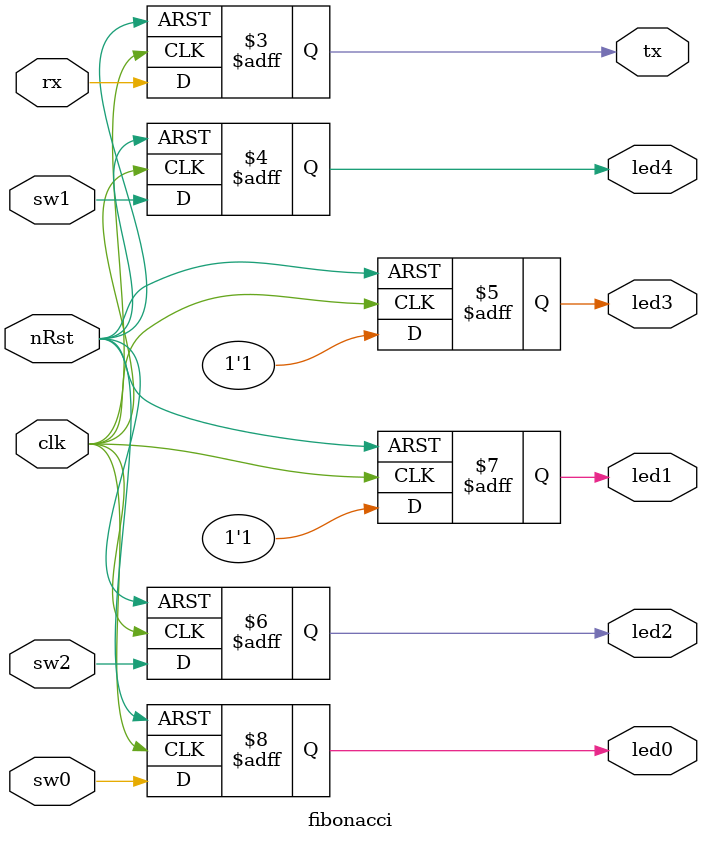
<source format=v>
`timescale 1ns/1ps
module fibonacci(
	input				clk,
	input				nRst,
	input				rx,
	input				sw2,
	input				sw1,
	input				sw0,
	output	reg	tx,
	output	reg	led4,
	output	reg	led3,
	output	reg	led2,
	output	reg	led1,
	output	reg	led0
);

	always@(posedge clk or negedge nRst) begin
		if(!nRst) begin
			tx   <= 1'b0;
			led4 <= 1'b0;
			led3 <= 1'b0;
			led2 <= 1'b0;
			led1 <= 1'b0;
			led0 <= 1'b0;
		end else begin
			tx   <= rx;
			led4 <= sw1;
			led3 <= 1'b1;
			led2 <= sw2;
			led1 <= 1'b1;
			led0 <= sw0;
		end
	end
endmodule

</source>
